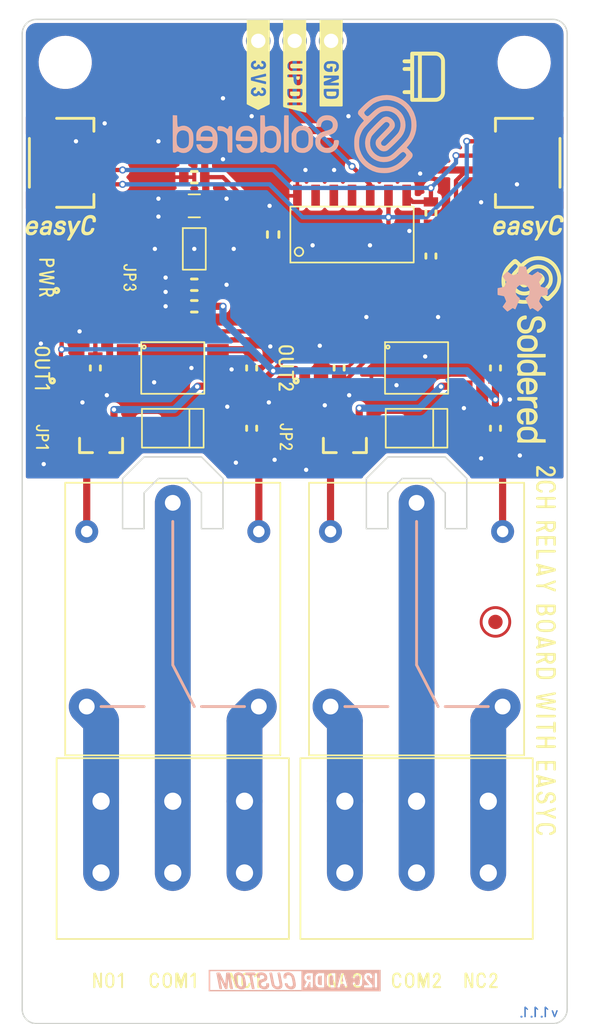
<source format=kicad_pcb>
(kicad_pcb (version 20210623) (generator pcbnew)
  (title_block (title "2CH relay board with easyC") (date "2021-07-14") (rev "V1.1.1.") (company "SOLDERED") (comment 1 "333025"))
  (layers (0 "F.Cu" signal) (31 "B.Cu" signal) (34 "B.Paste" user) (35 "F.Paste" user) (36 "B.SilkS" user "B.Silkscreen") (37 "F.SilkS" user "F.Silkscreen") (38 "B.Mask" user) (39 "F.Mask" user) (44 "Edge.Cuts" user))
  (net 0 "")
  (net 1 "Net-(D1-Pad2)")
  (net 2 "Net-(D2-Pad2)")
  (net 3 "Net-(D2-Pad1)")
  (net 4 "Net-(D3-Pad1)")
  (net 5 "Net-(D4-Pad2)")
  (net 6 "Net-(D5-Pad2)")
  (net 7 "NC1")
  (net 8 "COM1")
  (net 9 "NO1")
  (net 10 "GND")
  (net 11 "IN2")
  (net 12 "IN1")
  (net 13 "NC2")
  (net 14 "COM2")
  (net 15 "NO2")
  (net 16 "Net-(Q1-Pad1)")
  (net 17 "Net-(Q2-Pad1)")
  (net 18 "Net-(R1-Pad1)")
  (net 19 "Net-(R3-Pad1)")
  (net 20 "Net-(JP1-Pad1)")
  (net 21 "Net-(JP2-Pad2)")
  (net 22 "3V3")
  (net 23 "5V")
  (net 24 "SDA")
  (net 25 "SCL")
  (net 26 "UPDI")
  (net 27 "Net-(L1-Pad1)")
  (net 28 "Net-(JP3-Pad1)")
  (net 29 "Net-(R8-Pad1)")
  (net 30 "Net-(R10-Pad1)")
  (net 37 "Net-(D5-Pad1)")
  (footprint "e-radionica.com footprinti:SOIC-14" (layer "F.Cu") (at 103 95 90)
    (fp_text reference "U2")
    (fp_text value "ATTINY404-SSNR")
    (pad "1" smd rect locked (at -2.7 -3.81 90) (size 1.55 0.6) (layers "F.Cu" "F.Paste" "F.Mask") (net 22 "3V3"))
    (pad "2" smd rect locked (at -2.7 -2.54 90) (size 1.55 0.6) (layers "F.Cu" "F.Paste" "F.Mask") (net 12 "IN1"))
    (pad "3" smd rect locked (at -2.7 -1.27 90) (size 1.55 0.6) (layers "F.Cu" "F.Paste" "F.Mask") (net 11 "IN2"))
    (pad "4" smd rect locked (at -2.7 0 90) (size 1.55 0.6) (layers "F.Cu" "F.Paste" "F.Mask"))
    (pad "5" smd rect locked (at -2.7 1.27 90) (size 1.55 0.6) (layers "F.Cu" "F.Paste" "F.Mask"))
    (pad "6" smd rect locked (at -2.7 2.54 90) (size 1.55 0.6) (layers "F.Cu" "F.Paste" "F.Mask"))
    (pad "7" smd rect locked (at -2.7 3.81 90) (size 1.55 0.6) (layers "F.Cu" "F.Paste" "F.Mask"))
    (pad "8" smd rect locked (at 2.7 3.81 90) (size 1.55 0.6) (layers "F.Cu" "F.Paste" "F.Mask") (net 24 "SDA"))
    (pad "9" smd rect locked (at 2.7 2.54 90) (size 1.55 0.6) (layers "F.Cu" "F.Paste" "F.Mask") (net 25 "SCL"))
    (pad "10" smd rect locked (at 2.7 1.27 90) (size 1.55 0.6) (layers "F.Cu" "F.Paste" "F.Mask") (net 26 "UPDI"))
    (pad "11" smd rect locked (at 2.7 0 90) (size 1.55 0.6) (layers "F.Cu" "F.Paste" "F.Mask"))
    (pad "12" smd rect locked (at 2.7 -1.27 90) (size 1.55 0.6) (layers "F.Cu" "F.Paste" "F.Mask"))
    (pad "13" smd rect locked (at 2.7 -2.54 90) (size 1.55 0.6) (layers "F.Cu" "F.Paste" "F.Mask"))
    (pad "14" smd rect locked (at 2.7 -3.81 90) (size 1.55 0.6) (layers "F.Cu" "F.Paste" "F.Mask") (net 10 "GND"))
  )
  (footprint "buzzardLabel" (layer "F.Cu") (at 81.7 98 -90)
    (fp_text reference "" (at 0 0 90) (layer "F.SilkS") (effects (font (size 1.27 1.27))))
    (fp_text value "" (at 0 0 90) (layer "F.SilkS") (effects (font (size 1.27 1.27))))
  )
  (footprint "e-radionica.com footprinti:0603C" (layer "F.Cu") (at 92 91)
    (fp_text reference "C4")
    (fp_text value "C1608X7S1A475K080AC")
    (pad "1" smd rect locked (at -0.73 0) (size 0.66 1) (layers "F.Cu" "F.Paste" "F.Mask") (net 10 "GND"))
    (pad "2" smd rect locked (at 0.73 0) (size 0.66 1) (layers "F.Cu" "F.Paste" "F.Mask") (net 22 "3V3"))
  )
  (footprint "e-radionica.com footprinti:SOT-23-3" (layer "F.Cu") (at 102.5 109.5 -90)
    (fp_text reference "Q2")
    (fp_text value "NPN-SOT-23-3")
    (pad "1" smd rect locked (at -1.2 -0.95) (size 0.6 1) (layers "F.Cu" "F.Paste" "F.Mask") (net 17 "Net-(Q2-Pad1)"))
    (pad "2" smd rect locked (at -1.2 0.95) (size 0.6 1) (layers "F.Cu" "F.Paste" "F.Mask") (net 10 "GND"))
    (pad "3" smd rect locked (at 1.2 0) (size 0.6 1) (layers "F.Cu" "F.Paste" "F.Mask") (net 37 "Net-(D5-Pad1)"))
  )
  (footprint "e-radionica.com footprinti:0603R" (layer "F.Cu") (at 108.5 93.5 -90)
    (fp_text reference "R5")
    (fp_text value "10k")
    (pad "1" smd rect locked (at -0.775 0) (size 1 0.64) (layers "F.Cu" "F.Paste" "F.Mask") (net 24 "SDA"))
    (pad "2" smd rect locked (at 0.775 0) (size 1 0.64) (layers "F.Cu" "F.Paste" "F.Mask") (net 22 "3V3"))
  )
  (footprint "buzzardLabel" (layer "F.Cu") (at 98.4 109.1 -90)
    (fp_text reference "" (at 0 0 90) (layer "F.SilkS") (effects (font (size 1.27 1.27))))
    (fp_text value "" (at 0 0 90) (layer "F.SilkS") (effects (font (size 1.27 1.27))))
  )
  (footprint "e-radionica.com footprinti:0603C" (layer "F.Cu") (at 92 98.5)
    (fp_text reference "C2")
    (fp_text value "CL10A226MPCNUBE")
    (pad "1" smd rect locked (at -0.73 0) (size 0.66 1) (layers "F.Cu" "F.Paste" "F.Mask") (net 10 "GND"))
    (pad "2" smd rect locked (at 0.73 0) (size 0.66 1) (layers "F.Cu" "F.Paste" "F.Mask") (net 23 "5V"))
  )
  (footprint "buzzardLabel" (layer "F.Cu") (at 87.5 98 -90)
    (fp_text reference "" (at 0 0 90) (layer "F.SilkS") (effects (font (size 1.27 1.27))))
    (fp_text value "" (at 0 0 90) (layer "F.SilkS") (effects (font (size 1.27 1.27))))
  )
  (footprint "e-radionica.com footprinti:HEADER-UPDI" (layer "F.Cu") (at 99 81.5)
    (fp_text reference "K2")
    (fp_text value "HEADER-UPDI")
    (pad "1" thru_hole circle locked (at -2.54 0) (size 1.7 1.7) (drill 1) (layers *.Cu *.Mask) (net 22 "3V3"))
    (pad "2" thru_hole circle locked (at 0 0) (size 1.7 1.7) (drill 1) (layers *.Cu *.Mask) (net 26 "UPDI"))
    (pad "3" thru_hole circle locked (at 2.54 0) (size 1.7 1.7) (drill 1) (layers *.Cu *.Mask) (net 10 "GND"))
  )
  (footprint "buzzardLabel" (layer "F.Cu") (at 101.54 79.6 -90)
    (fp_text reference "" (at 0 0 90) (layer "F.SilkS") (effects (font (size 1.27 1.27))))
    (fp_text value "" (at 0 0 90) (layer "F.SilkS") (effects (font (size 1.27 1.27))))
  )
  (footprint "e-radionica.com footprinti:HOLE_3.2mm" (layer "F.Cu") (at 115 147)
    (fp_text reference "H2" hide)
    (fp_text value "HOLE_3.2mm" hide)
    (pad "" np_thru_hole circle locked (at 0 0) (size 3.2 3.2) (drill 3.2) (layers F&B.Cu *.Mask))
  )
  (footprint "e-radionica.com footprinti:SMD-JUMPER-CONNECTED_TRACE_SLODERMASK" (layer "F.Cu") (at 86.2 98 90)
    (fp_text reference "JP2")
    (fp_text value "SMD-JUMPER-CONNECTED_TRACE_SLODERMASK")
    (fp_poly (pts (xy 0.1 0.1) (xy -0.1 0.1) (xy -0.1 -0.1) (xy 0.1 -0.1)) (layer "F.Cu") (width 0.1) (fill solid))
    (pad "1" smd rect (at -0.35 0 90) (size 0.5 1) (layers "F.Cu" "F.Mask") (net 23 "5V"))
    (pad "2" smd rect (at 0.35 0 90) (size 0.5 1) (layers "F.Cu" "F.Mask") (net 21 "Net-(JP2-Pad2)"))
  )
  (footprint "e-radionica.com footprinti:0402LED" (layer "F.Cu") (at 83 98 -90)
    (fp_text reference "D3")
    (fp_text value "purple")
    (pad "1" smd rect locked (at -0.55 0) (size 0.75 0.45) (layers "F.Cu" "F.Paste" "F.Mask") (net 4 "Net-(D3-Pad1)"))
    (pad "2" smd rect locked (at 0.55 0) (size 0.75 0.45) (layers "F.Cu" "F.Paste" "F.Mask") (net 10 "GND"))
  )
  (footprint "Soldered Graphics:Logo-Front-SolderedFULL-13mm" (layer "F.Cu") (at 115.5 103 -90)
    (fp_text reference "REF**" hide)
    (fp_text value "Logo-Front-SolderedFULL-13mm" hide)
  )
  (footprint "e-radionica.com footprinti:HOLE_3.2mm" (layer "F.Cu") (at 83 83)
    (fp_text reference "H4" hide)
    (fp_text value "HOLE_3.2mm" hide)
    (pad "" np_thru_hole circle locked (at 0 0) (size 3.2 3.2) (drill 3.2) (layers F&B.Cu *.Mask))
  )
  (footprint "e-radionica.com footprinti:0402R" (layer "F.Cu") (at 82.7 106.7 90)
    (fp_text reference "R2")
    (fp_text value "2k2")
    (pad "1" smd rect locked (at -0.5 0 180) (size 0.64 0.54) (layers "F.Cu" "F.Paste" "F.Mask") (net 20 "Net-(JP1-Pad1)"))
    (pad "2" smd rect locked (at 0.5 0 180) (size 0.64 0.54) (layers "F.Cu" "F.Paste" "F.Mask") (net 1 "Net-(D1-Pad2)"))
  )
  (footprint "e-radionica.com footprinti:easyC-connector" (layer "F.Cu") (at 83.3 90 90)
    (fp_text reference "K4")
    (fp_text value "easyC-SMD")
    (pad "1" smd rect locked (at -1.5 2.15 90) (size 0.6 1.55) (layers "F.Cu" "F.Paste" "F.Mask") (net 25 "SCL"))
    (pad "2" smd rect locked (at -0.5 2.15 90) (size 0.6 1.55) (layers "F.Cu" "F.Paste" "F.Mask") (net 24 "SDA"))
    (pad "3" smd rect locked (at 0.5 2.15 90) (size 0.6 1.55) (layers "F.Cu" "F.Paste" "F.Mask") (net 22 "3V3"))
    (pad "4" smd rect locked (at 1.5 2.15 90) (size 0.6 1.55) (layers "F.Cu" "F.Paste" "F.Mask") (net 10 "GND"))
    (pad "5" smd rect locked (at -2.6 -2.15 90) (size 1.2 1.8) (layers "F.Cu" "F.Paste" "F.Mask") (net 10 "GND"))
    (pad "5" smd rect locked (at 2.6 -2.15 90) (size 1.2 1.8) (layers "F.Cu" "F.Paste" "F.Mask") (net 10 "GND"))
  )
  (footprint "e-radionica.com footprinti:PC357_OPTO" (layer "F.Cu") (at 90.5 104.3)
    (fp_text reference "U1")
    (fp_text value "PC357_OPTO")
    (pad "1" smd rect locked (at -3.15 -1.27) (size 1.5 0.8) (layers "F.Cu" "F.Paste" "F.Mask") (net 18 "Net-(R1-Pad1)"))
    (pad "2" smd rect locked (at -3.15 1.27) (size 1.5 0.8) (layers "F.Cu" "F.Paste" "F.Mask") (net 10 "GND"))
    (pad "3" smd rect locked (at 3.15 1.27) (size 1.5 0.8) (layers "F.Cu" "F.Paste" "F.Mask") (net 16 "Net-(Q1-Pad1)"))
    (pad "4" smd rect locked (at 3.15 -1.27) (size 1.5 0.8) (layers "F.Cu" "F.Paste" "F.Mask") (net 19 "Net-(R3-Pad1)"))
  )
  (footprint "e-radionica.com footprinti:0603R" (layer "F.Cu") (at 96 108.5 90)
    (fp_text reference "R4")
    (fp_text value "10R")
    (pad "1" smd rect locked (at -0.775 0 180) (size 1 0.64) (layers "F.Cu" "F.Paste" "F.Mask") (net 2 "Net-(D2-Pad2)"))
    (pad "2" smd rect locked (at 0.775 0 180) (size 1 0.64) (layers "F.Cu" "F.Paste" "F.Mask") (net 23 "5V"))
  )
  (footprint "buzzardLabel" (layer "F.Cu") (at 99 79.6 -90)
    (fp_text reference "" (at 0 0 90) (layer "F.SilkS") (effects (font (size 1.27 1.27))))
    (fp_text value "" (at 0 0 90) (layer "F.SilkS") (effects (font (size 1.27 1.27))))
  )
  (footprint "e-radionica.com footprinti:0603R" (layer "F.Cu") (at 96 104.3 -90)
    (fp_text reference "R3")
    (fp_text value "330R")
    (pad "1" smd rect locked (at -0.775 0) (size 1 0.64) (layers "F.Cu" "F.Paste" "F.Mask") (net 19 "Net-(R3-Pad1)"))
    (pad "2" smd rect locked (at 0.775 0) (size 1 0.64) (layers "F.Cu" "F.Paste" "F.Mask") (net 23 "5V"))
  )
  (footprint "buzzardLabel" (layer "F.Cu") (at 90.5 147)
    (fp_text reference "" (at 0 0) (layer "F.SilkS") (effects (font (size 1.27 1.27))))
    (fp_text value "" (at 0 0) (layer "F.SilkS") (effects (font (size 1.27 1.27))))
  )
  (footprint "buzzardLabel" (layer "F.Cu") (at 116.5 124 -90)
    (fp_text reference "" (at 0 0 90) (layer "F.SilkS") (effects (font (size 1.27 1.27))))
    (fp_text value "" (at 0 0 90) (layer "F.SilkS") (effects (font (size 1.27 1.27))))
  )
  (footprint "Soldered Graphics:Logo-Front-easyC-5mm" (layer "F.Cu") (at 115.3 94.5)
    (fp_text reference "G***" hide)
    (fp_text value "LOGO" hide)
  )
  (footprint "e-radionica.com footprinti:SMD-JUMPER-CONNECTED_TRACE_SLODERMASK" (layer "F.Cu") (at 82.7 109.1 -90)
    (fp_text reference "JP1")
    (fp_text value "SMD-JUMPER-CONNECTED_TRACE_SLODERMASK")
    (fp_poly (pts (xy 0.1 0.1) (xy -0.1 0.1) (xy -0.1 -0.1) (xy 0.1 -0.1)) (layer "F.Cu") (width 0.1) (fill solid))
    (pad "1" smd rect (at -0.35 0 270) (size 0.5 1) (layers "F.Cu" "F.Mask") (net 20 "Net-(JP1-Pad1)"))
    (pad "2" smd rect (at 0.35 0 270) (size 0.5 1) (layers "F.Cu" "F.Mask") (net 3 "Net-(D2-Pad1)"))
  )
  (footprint "e-radionica.com footprinti:0402LED" (layer "F.Cu") (at 82.7 104.3 -90)
    (fp_text reference "D1")
    (fp_text value "blue")
    (pad "1" smd rect locked (at -0.55 0) (size 0.75 0.45) (layers "F.Cu" "F.Paste" "F.Mask") (net 23 "5V"))
    (pad "2" smd rect locked (at 0.55 0) (size 0.75 0.45) (layers "F.Cu" "F.Paste" "F.Mask") (net 1 "Net-(D1-Pad2)"))
  )
  (footprint "buzzardLabel" (layer "F.Cu") (at 107.5 147)
    (fp_text reference "" (at 0 0) (layer "F.SilkS") (effects (font (size 1.27 1.27))))
    (fp_text value "" (at 0 0) (layer "F.SilkS") (effects (font (size 1.27 1.27))))
  )
  (footprint "buzzardLabel" (layer "F.Cu") (at 112 147)
    (fp_text reference "" (at 0 0) (layer "F.SilkS") (effects (font (size 1.27 1.27))))
    (fp_text value "" (at 0 0) (layer "F.SilkS") (effects (font (size 1.27 1.27))))
  )
  (footprint "e-radionica.com footprinti:0603C" (layer "F.Cu") (at 97.5 95 90)
    (fp_text reference "C1")
    (fp_text value "0.1uF")
    (pad "1" smd rect locked (at -0.73 0 90) (size 0.66 1) (layers "F.Cu" "F.Paste" "F.Mask") (net 22 "3V3"))
    (pad "2" smd rect locked (at 0.73 0 90) (size 0.66 1) (layers "F.Cu" "F.Paste" "F.Mask") (net 10 "GND"))
  )
  (footprint "e-radionica.com footprinti:SRD_RELAY_5V" (layer "F.Cu") (at 90.5 121.8 90)
    (fp_text reference "K3")
    (fp_text value "SRD_RELAY_5V")
    (pad "1" thru_hole circle locked (at 6.1 6 90) (size 1.6 1.6) (drill 0.8) (layers *.Cu *.Mask) (net 2 "Net-(D2-Pad2)"))
    (pad "2" thru_hole circle locked (at 6.1 -6 90) (size 1.6 1.6) (drill 0.8) (layers *.Cu *.Mask) (net 3 "Net-(D2-Pad1)"))
    (pad "3" thru_hole circle locked (at -6.1 -6 90) (size 2 2) (drill 1.1) (layers *.Cu *.Mask) (net 9 "NO1"))
    (pad "4" thru_hole circle locked (at 8.1 0 90) (size 2 2) (drill 1.1) (layers *.Cu *.Mask) (net 8 "COM1"))
    (pad "5" thru_hole circle locked (at -6.1 6 90) (size 2 2) (drill 1.1) (layers *.Cu *.Mask) (net 7 "NC1"))
  )
  (footprint "Soldered Graphics:Logo-Back-OSH-3.5mm" (layer "F.Cu") (at 114.9 98.8)
    (fp_text reference "G***" hide)
    (fp_text value "LOGO" hide)
  )
  (footprint "e-radionica.com footprinti:0603R" (layer "F.Cu") (at 113 108.5 90)
    (fp_text reference "R11")
    (fp_text value "10R")
    (pad "1" smd rect locked (at -0.775 0 180) (size 1 0.64) (layers "F.Cu" "F.Paste" "F.Mask") (net 6 "Net-(D5-Pad2)"))
    (pad "2" smd rect locked (at 0.775 0 180) (size 1 0.64) (layers "F.Cu" "F.Paste" "F.Mask") (net 23 "5V"))
  )
  (footprint "e-radionica.com footprinti:SMD-JUMPER-CONNECTED_TRACE_SLODERMASK" (layer "F.Cu") (at 99.7 109.1 -90)
    (fp_text reference "JP3")
    (fp_text value "SMD-JUMPER-CONNECTED_TRACE_SLODERMASK")
    (fp_poly (pts (xy 0.1 0.1) (xy -0.1 0.1) (xy -0.1 -0.1) (xy 0.1 -0.1)) (layer "F.Cu") (width 0.1) (fill solid))
    (pad "1" smd rect (at -0.35 0 270) (size 0.5 1) (layers "F.Cu" "F.Mask") (net 28 "Net-(JP3-Pad1)"))
    (pad "2" smd rect (at 0.35 0 270) (size 0.5 1) (layers "F.Cu" "F.Mask") (net 37 "Net-(D5-Pad1)"))
  )
  (footprint "e-radionica.com footprinti:tps613222a" (layer "F.Cu") (at 92 96)
    (fp_text reference "U4")
    (fp_text value "TPS613222A")
    (pad "1" smd rect locked (at -1.3 -0.95) (size 1.1 0.6) (layers "F.Cu" "F.Paste" "F.Mask") (net 27 "Net-(L1-Pad1)"))
    (pad "2" smd rect locked (at -1.3 0) (size 1.1 0.6) (layers "F.Cu" "F.Paste" "F.Mask") (net 10 "GND"))
    (pad "3" smd rect locked (at -1.3 0.95) (size 1.1 0.6) (layers "F.Cu" "F.Paste" "F.Mask"))
    (pad "4" smd rect locked (at 1.3 0.95) (size 1.1 0.6) (layers "F.Cu" "F.Paste" "F.Mask") (net 23 "5V"))
    (pad "5" smd rect locked (at 1.3 -0.95) (size 1.1 0.6) (layers "F.Cu" "F.Paste" "F.Mask"))
  )
  (footprint "e-radionica.com footprinti:0603R" (layer "F.Cu") (at 85.1 104.3 90)
    (fp_text reference "R1")
    (fp_text value "100R")
    (pad "1" smd rect locked (at -0.775 0 180) (size 1 0.64) (layers "F.Cu" "F.Paste" "F.Mask") (net 18 "Net-(R1-Pad1)"))
    (pad "2" smd rect locked (at 0.775 0 180) (size 1 0.64) (layers "F.Cu" "F.Paste" "F.Mask") (net 12 "IN1"))
  )
  (footprint "Soldered Graphics:Logo-Front-easyC-5mm" (layer "F.Cu") (at 82.7 94.5)
    (fp_text reference "G***" hide)
    (fp_text value "LOGO" hide)
  )
  (footprint "e-radionica.com footprinti:0806L" (layer "F.Cu") (at 92 93)
    (fp_text reference "L1")
    (fp_text value "DFE201612E-2R2M=P2")
    (pad "1" smd rect locked (at -0.8 0) (size 0.8 1.8) (layers "F.Cu" "F.Paste" "F.Mask") (net 27 "Net-(L1-Pad1)"))
    (pad "2" smd rect locked (at 0.8 0) (size 0.8 1.8) (layers "F.Cu" "F.Paste" "F.Mask") (net 22 "3V3"))
  )
  (footprint "e-radionica.com footprinti:0402R" (layer "F.Cu") (at 84.5 98 90)
    (fp_text reference "R7")
    (fp_text value "2k2")
    (pad "1" smd rect locked (at -0.5 0 180) (size 0.64 0.54) (layers "F.Cu" "F.Paste" "F.Mask") (net 21 "Net-(JP2-Pad2)"))
    (pad "2" smd rect locked (at 0.5 0 180) (size 0.64 0.54) (layers "F.Cu" "F.Paste" "F.Mask") (net 4 "Net-(D3-Pad1)"))
  )
  (footprint "e-radionica.com footprinti:M4_DIODA" (layer "F.Cu") (at 107.5 108.5)
    (fp_text reference "D5")
    (fp_text value "M4_DIODA")
    (pad "1" smd rect locked (at -1.69 0) (size 1.27 1.47) (layers "F.Cu" "F.Paste" "F.Mask") (net 37 "Net-(D5-Pad1)"))
    (pad "2" smd rect locked (at 1.69 0) (size 1.27 1.47) (layers "F.Cu" "F.Paste" "F.Mask") (net 6 "Net-(D5-Pad2)"))
  )
  (footprint "buzzardLabel" (layer "F.Cu") (at 96.46 79.6 -90)
    (fp_text reference "" (at 0 0 90) (layer "F.SilkS") (effects (font (size 1.27 1.27))))
    (fp_text value "" (at 0 0 90) (layer "F.SilkS") (effects (font (size 1.27 1.27))))
  )
  (footprint "e-radionica.com footprinti:0603R" (layer "F.Cu") (at 108.5 96.5 90)
    (fp_text reference "R6")
    (fp_text value "10k")
    (pad "1" smd rect locked (at -0.775 0 180) (size 1 0.64) (layers "F.Cu" "F.Paste" "F.Mask") (net 25 "SCL"))
    (pad "2" smd rect locked (at 0.775 0 180) (size 1 0.64) (layers "F.Cu" "F.Paste" "F.Mask") (net 22 "3V3"))
  )
  (footprint "e-radionica.com footprinti:0603R" (layer "F.Cu") (at 102.1 104.3 90)
    (fp_text reference "R8")
    (fp_text value "100R")
    (pad "1" smd rect locked (at -0.775 0 180) (size 1 0.64) (layers "F.Cu" "F.Paste" "F.Mask") (net 29 "Net-(R8-Pad1)"))
    (pad "2" smd rect locked (at 0.775 0 180) (size 1 0.64) (layers "F.Cu" "F.Paste" "F.Mask") (net 11 "IN2"))
  )
  (footprint "e-radionica.com footprinti:0603C" (layer "F.Cu") (at 92 100)
    (fp_text reference "C3")
    (fp_text value "CL10A226MPCNUBE")
    (pad "1" smd rect locked (at -0.73 0) (size 0.66 1) (layers "F.Cu" "F.Paste" "F.Mask") (net 10 "GND"))
    (pad "2" smd rect locked (at 0.73 0) (size 0.66 1) (layers "F.Cu" "F.Paste" "F.Mask") (net 23 "5V"))
  )
  (footprint "e-radionica.com footprinti:0603R" (layer "F.Cu") (at 113 104.3 -90)
    (fp_text reference "R10")
    (fp_text value "330R")
    (pad "1" smd rect locked (at -0.775 0) (size 1 0.64) (layers "F.Cu" "F.Paste" "F.Mask") (net 30 "Net-(R10-Pad1)"))
    (pad "2" smd rect locked (at 0.775 0) (size 1 0.64) (layers "F.Cu" "F.Paste" "F.Mask") (net 23 "5V"))
  )
  (footprint "e-radionica.com footprinti:FIDUCIAL_23" (layer "F.Cu") (at 90 83)
    (fp_text reference "FD1")
    (fp_text value "FIDUCIAL")
    (fp_circle (center 0 0) (end 1 0) (layer "F.Cu") (width 0.2) (fill none))
    (pad "1" smd circle (at 0 0) (size 1 1) (layers "F.Cu" "F.Paste" "F.Mask") (clearance 1.1))
  )
  (footprint "e-radionica.com footprinti:0402LED" (layer "F.Cu") (at 99.7 104.3 -90)
    (fp_text reference "D4")
    (fp_text value "blue")
    (pad "1" smd rect locked (at -0.55 0) (size 0.75 0.45) (layers "F.Cu" "F.Paste" "F.Mask") (net 23 "5V"))
    (pad "2" smd rect locked (at 0.55 0) (size 0.75 0.45) (layers "F.Cu" "F.Paste" "F.Mask") (net 5 "Net-(D4-Pad2)"))
  )
  (footprint "buzzardLabel" (layer "F.Cu") (at 86 147)
    (fp_text reference "" (at 0 0) (layer "F.SilkS") (effects (font (size 1.27 1.27))))
    (fp_text value "" (at 0 0) (layer "F.SilkS") (effects (font (size 1.27 1.27))))
  )
  (footprint "e-radionica.com footprinti:HOLE_3.2mm" (layer "F.Cu") (at 115 83)
    (fp_text reference "H3" hide)
    (fp_text value "HOLE_3.2mm" hide)
    (pad "" np_thru_hole circle locked (at 0 0) (size 3.2 3.2) (drill 3.2) (layers F&B.Cu *.Mask))
  )
  (footprint "buzzardLabel" (layer "F.Cu") (at 95.5 147)
    (fp_text reference "" (at 0 0) (layer "F.SilkS") (effects (font (size 1.27 1.27))))
    (fp_text value "" (at 0 0) (layer "F.SilkS") (effects (font (size 1.27 1.27))))
  )
  (footprint "Soldered Graphics:Logo-Back-SolderedFULL-17mm" (layer "F.Cu") (at 99 88)
    (fp_text reference "REF**" hide)
    (fp_text value "Logo-Front-SolderedFULL-17mm" hide)
  )
  (footprint "e-radionica.com footprinti:SOT-23-3" (layer "F.Cu") (at 85.5 109.5 -90)
    (fp_text reference "Q1")
    (fp_text value "NPN-SOT-23-3")
    (pad "1" smd rect locked (at -1.2 -0.95) (size 0.6 1) (layers "F.Cu" "F.Paste" "F.Mask") (net 16 "Net-(Q1-Pad1)"))
    (pad "2" smd rect locked (at -1.2 0.95) (size 0.6 1) (layers "F.Cu" "F.Paste" "F.Mask") (net 10 "GND"))
    (pad "3" smd rect locked (at 1.2 0) (size 0.6 1) (layers "F.Cu" "F.Paste" "F.Mask") (net 3 "Net-(D2-Pad1)"))
  )
  (footprint "e-radionica.com footprinti:FIDUCIAL_23" (layer "F.Cu") (at 113 122)
    (fp_text reference "FD2")
    (fp_text value "FIDUCIAL")
    (fp_circle (center 0 0) (end 1 0) (layer "F.Cu") (width 0.2) (fill none))
    (pad "1" smd circle (at 0 0) (size 1 1) (layers "F.Cu" "F.Paste" "F.Mask") (clearance 1.1))
  )
  (footprint "buzzardLabel" (layer "F.Cu") (at 81.4 109.1 -90)
    (fp_text reference "" (at 0 0 90) (layer "F.SilkS") (effects (font (size 1.27 1.27))))
    (fp_text value "" (at 0 0 90) (layer "F.SilkS") (effects (font (size 1.27 1.27))))
  )
  (footprint "Soldered Graphics:Symbol-Front-Relay" (layer "F.Cu") (at 108 84 -90)
    (fp_text reference "G***" hide)
    (fp_text value "LOGO" hide)
  )
  (footprint "e-radionica.com footprinti:PC357_OPTO" (layer "F.Cu") (at 107.5 104.3)
    (fp_text reference "U3")
    (fp_text value "PC357_OPTO")
    (pad "1" smd rect locked (at -3.15 -1.27) (size 1.5 0.8) (layers "F.Cu" "F.Paste" "F.Mask") (net 29 "Net-(R8-Pad1)"))
    (pad "2" smd rect locked (at -3.15 1.27) (size 1.5 0.8) (layers "F.Cu" "F.Paste" "F.Mask") (net 10 "GND"))
    (pad "3" smd rect locked (at 3.15 1.27) (size 1.5 0.8) (layers "F.Cu" "F.Paste" "F.Mask") (net 17 "Net-(Q2-Pad1)"))
    (pad "4" smd rect locked (at 3.15 -1.27) (size 1.5 0.8) (layers "F.Cu" "F.Paste" "F.Mask") (net 30 "Net-(R10-Pad1)"))
  )
  (footprint "buzzardLabel" (layer "F.Cu") (at 102.5 147)
    (fp_text reference "" (at 0 0) (layer "F.SilkS") (effects (font (size 1.27 1.27))))
    (fp_text value "" (at 0 0) (layer "F.SilkS") (effects (font (size 1.27 1.27))))
  )
  (footprint "buzzardLabel" (layer "F.Cu") (at 81.4 104.3 -90)
    (fp_text reference "" (at 0 0 90) (layer "F.SilkS") (effects (font (size 1.27 1.27))))
    (fp_text value "" (at 0 0 90) (layer "F.SilkS") (effects (font (size 1.27 1.27))))
  )
  (footprint "e-radionica.com footprinti:M4_DIODA" (layer "F.Cu") (at 90.5 108.5)
    (fp_text reference "D2")
    (fp_text value "M4_DIODA")
    (pad "1" smd rect locked (at -1.69 0) (size 1.27 1.47) (layers "F.Cu" "F.Paste" "F.Mask") (net 3 "Net-(D2-Pad1)"))
    (pad "2" smd rect locked (at 1.69 0) (size 1.27 1.47) (layers "F.Cu" "F.Paste" "F.Mask") (net 2 "Net-(D2-Pad2)"))
  )
  (footprint "e-radionica.com footprinti:easyC-connector" (layer "F.Cu") (at 114.7 90 -90)
    (fp_text reference "K1")
    (fp_text value "easyC-SMD")
    (pad "1" smd rect locked (at -1.5 2.15 270) (size 0.6 1.55) (layers "F.Cu" "F.Paste" "F.Mask") (net 25 "SCL"))
    (pad "2" smd rect locked (at -0.5 2.15 270) (size 0.6 1.55) (layers "F.Cu" "F.Paste" "F.Mask") (net 24 "SDA"))
    (pad "3" smd rect locked (at 0.5 2.15 270) (size 0.6 1.55) (layers "F.Cu" "F.Paste" "F.Mask") (net 22 "3V3"))
    (pad "4" smd rect locked (at 1.5 2.15 270) (size 0.6 1.55) (layers "F.Cu" "F.Paste" "F.Mask") (net 10 "GND"))
    (pad "5" smd rect locked (at 2.6 -2.15 270) (size 1.2 1.8) (layers "F.Cu" "F.Paste" "F.Mask") (net 10 "GND"))
    (pad "5" smd rect locked (at -2.6 -2.15 270) (size 1.2 1.8) (layers "F.Cu" "F.Paste" "F.Mask") (net 10 "GND"))
  )
  (footprint "e-radionica.com footprinti:HOLE_3.2mm" (layer "F.Cu") (at 83 147)
    (fp_text reference "H1" hide)
    (fp_text value "HOLE_3.2mm" hide)
    (pad "" np_thru_hole circle locked (at 0 0) (size 3.2 3.2) (drill 3.2) (layers F&B.Cu *.Mask))
  )
  (footprint "e-radionica.com footprinti:SRD_RELAY_5V" (layer "F.Cu") (at 107.5 121.8 90)
    (fp_text reference "K6")
    (fp_text value "SRD_RELAY_5V")
    (pad "1" thru_hole circle locked (at 6.1 6 90) (size 1.6 1.6) (drill 0.8) (layers *.Cu *.Mask) (net 6 "Net-(D5-Pad2)"))
    (pad "2" thru_hole circle locked (at 6.1 -6 90) (size 1.6 1.6) (drill 0.8) (layers *.Cu *.Mask) (net 37 "Net-(D5-Pad1)"))
    (pad "3" thru_hole circle locked (at -6.1 -6 90) (size 2 2) (drill 1.1) (layers *.Cu *.Mask) (net 15 "NO2"))
    (pad "4" thru_hole circle locked (at 8.1 0 90) (size 2 2) (drill 1.1) (layers *.Cu *.Mask) (net 14 "COM2"))
    (pad "5" thru_hole circle locked (at -6.1 6 90) (size 2 2) (drill 1.1) (layers *.Cu *.Mask) (net 13 "NC2"))
  )
  (footprint "e-radionica.com footprinti:0402R" (layer "F.Cu") (at 99.7 106.7 90)
    (fp_text reference "R9")
    (fp_text value "2k2")
    (pad "1" smd rect locked (at -0.5 0 180) (size 0.64 0.54) (layers "F.Cu" "F.Paste" "F.Mask") (net 28 "Net-(JP3-Pad1)"))
    (pad "2" smd rect locked (at 0.5 0 180) (size 0.64 0.54) (layers "F.Cu" "F.Paste" "F.Mask") (net 5 "Net-(D4-Pad2)"))
  )
  (footprint "e-radionica.com footprinti:TERMINAL_KF235-5.0-3P" (layer "F.Cu") (at 107.5 137)
    (fp_text reference "K7")
    (fp_text value "TERMINAL_KF235-5.0-3P")
    (pad "1" thru_hole circle (at 5 -2.5) (size 2 2) (drill 1.2) (layers *.Cu *.Mask) (net 13 "NC2"))
    (pad "1" thru_hole circle (at 5 2.5) (size 2 2) (drill 1.2) (layers *.Cu *.Mask) (net 13 "NC2"))
    (pad "2" thru_hole circle (at 0 -2.5) (size 2 2) (drill 1.2) (layers *.Cu *.Mask) (net 14 "COM2"))
    (pad "2" thru_hole circle (at 0 2.5) (size 2 2) (drill 1.2) (layers *.Cu *.Mask) (net 14 "COM2"))
    (pad "3" thru_hole circle (at -5 -2.5) (size 2 2) (drill 1.2) (layers *.Cu *.Mask) (net 15 "NO2"))
    (pad "3" thru_hole circle (at -5 2.5) (size 2 2) (drill 1.2) (layers *.Cu *.Mask) (net 15 "NO2"))
  )
  (footprint "e-radionica.com footprinti:TERMINAL_KF235-5.0-3P" (layer "F.Cu") (at 90.5 137)
    (fp_text reference "K5")
    (fp_text value "TERMINAL_KF235-5.0-3P")
    (pad "1" thru_hole circle (at 5 -2.5) (size 2 2) (drill 1.2) (layers *.Cu *.Mask) (net 7 "NC1"))
    (pad "1" thru_hole circle (at 5 2.5) (size 2 2) (drill 1.2) (layers *.Cu *.Mask) (net 7 "NC1"))
    (pad "2" thru_hole circle (at 0 -2.5) (size 2 2) (drill 1.2) (layers *.Cu *.Mask) (net 8 "COM1"))
    (pad "2" thru_hole circle (at 0 2.5) (size 2 2) (drill 1.2) (layers *.Cu *.Mask) (net 8 "COM1"))
    (pad "3" thru_hole circle (at -5 2.5) (size 2 2) (drill 1.2) (layers *.Cu *.Mask) (net 9 "NO1"))
    (pad "3" thru_hole circle (at -5 -2.5) (size 2 2) (drill 1.2) (layers *.Cu *.Mask) (net 9 "NO1"))
  )
  (footprint "buzzardLabel" (layer "F.Cu") (at 98.4 104.3 -90)
    (fp_text reference "" (at 0 0 90) (layer "F.SilkS") (effects (font (size 1.27 1.27))))
    (fp_text value "" (at 0 0 90) (layer "F.SilkS") (effects (font (size 1.27 1.27))))
  )
  (footprint "Soldered Graphics:Version1.1.1." (layer "B.Cu") (at 116 149.2 180)
    (fp_text reference "REF**" hide)
    (fp_text value "Version1.1.1." hide)
    (fp_poly (pts (xy 1.14 -0.38) (xy 1.19 -0.38) (xy 1.24 -0.37) (xy 1.25 -0.33) (xy 1.25 -0.27) (xy 1.2 -0.26) (xy 1.15 -0.26) (xy 1.12 -0.29) (xy 1.12 -0.34) (xy 1.14 -0.38)) (layer "B.Cu") (width 0.01) (fill solid))
    (fp_poly (pts (xy 0.43 -0.38) (xy 0.48 -0.38) (xy 0.54 -0.37) (xy 0.54 -0.33) (xy 0.54 -0.27) (xy 0.5 -0.26) (xy 0.45 -0.26) (xy 0.42 -0.29) (xy 0.42 -0.34) (xy 0.43 -0.38)) (layer "B.Cu") (width 0.01) (fill solid))
    (fp_poly (pts (xy 0.21 -0.35) (xy 0.26 -0.35) (xy 0.28 -0.31) (xy 0.28 0.35) (xy 0.24 0.38) (xy 0.19 0.38) (xy 0.15 0.34) (xy 0.04 0.22) (xy 0.02 0.17) (xy 0.05 0.16) (xy 0.14 0.22) (xy 0.18 0.23) (xy 0.18 -0.31) (xy 0.21 -0.35)) (layer "B.Cu") (width 0.01) (fill solid))
    (fp_poly (pts (xy -0.5 -0.35) (xy -0.44 -0.35) (xy -0.43 -0.31) (xy -0.43 0.35) (xy -0.46 0.38) (xy -0.52 0.38) (xy -0.55 0.34) (xy -0.67 0.22) (xy -0.68 0.17) (xy -0.65 0.16) (xy -0.56 0.22) (xy -0.52 0.23) (xy -0.52 -0.31) (xy -0.5 -0.35)) (layer "B.Cu") (width 0.01) (fill solid))
    (fp_poly (pts (xy 0.91 -0.35) (xy 0.96 -0.35) (xy 0.98 -0.31) (xy 0.98 0.35) (xy 0.95 0.38) (xy 0.89 0.38) (xy 0.86 0.34) (xy 0.74 0.22) (xy 0.73 0.17) (xy 0.76 0.16) (xy 0.85 0.22) (xy 0.89 0.23) (xy 0.89 -0.31) (xy 0.91 -0.35)) (layer "B.Cu") (width 0.01) (fill solid))
    (fp_poly (pts (xy -1.15 -0.35) (xy -1.1 -0.35) (xy -1.07 -0.31) (xy -0.92 0.1) (xy -0.94 0.13) (xy -0.99 0.13) (xy -1.02 0.1) (xy -1.11 -0.16) (xy -1.13 -0.21) (xy -1.15 -0.17) (xy -1.24 0.09) (xy -1.26 0.13) (xy -1.32 0.13) (xy -1.34 0.1) (xy -1.18 -0.31) (xy -1.15 -0.35)) (layer "B.Cu") (width 0.01) (fill solid))
    (fp_poly (pts (xy -0.27 -0.38) (xy -0.22 -0.38) (xy -0.17 -0.37) (xy -0.16 -0.33) (xy -0.16 -0.27) (xy -0.21 -0.26) (xy -0.26 -0.26) (xy -0.29 -0.29) (xy -0.29 -0.34) (xy -0.27 -0.38)) (layer "B.Cu") (width 0.01) (fill solid))
  )
  (footprint "Soldered Graphics:Symbol-Front_I2C_ADDR_CUSTOM" (layer "B.Cu") (at 99 147 180)
    (fp_text reference "REF**" hide)
    (fp_text value "Symbol-Front_I2C_ADDR_CUSTOM" hide)
  )
  (gr_line (start 85.5 127.9) (end 88.5 127.9) (layer "B.SilkS") (width 0.2))
  (gr_line (start 107.5 115) (end 107.5 125) (layer "B.SilkS") (width 0.2))
  (gr_line (start 102.5 127.9) (end 105.5 127.9) (layer "B.SilkS") (width 0.2))
  (gr_line (start 107.5 125) (end 109 127.9) (layer "B.SilkS") (width 0.2))
  (gr_line (start 112.5 127.9) (end 109.5 127.9) (layer "B.SilkS") (width 0.2))
  (gr_line (start 90.5 125) (end 92 127.9) (layer "B.SilkS") (width 0.2))
  (gr_line (start 90.5 115) (end 90.5 125) (layer "B.SilkS") (width 0.2))
  (gr_line (start 95.5 127.9) (end 92.5 127.9) (layer "B.SilkS") (width 0.2))
  (gr_line (start 94 112) (end 94 115.5) (layer "Edge.Cuts") (width 0.1))
  (gr_line (start 117 80) (end 81 80) (layer "Edge.Cuts") (width 0.1))
  (gr_line (start 111 112) (end 111 115.5) (layer "Edge.Cuts") (width 0.1))
  (gr_line (start 106.5 112) (end 105.5 113) (layer "Edge.Cuts") (width 0.1))
  (gr_line (start 89.5 112) (end 88.5 113) (layer "Edge.Cuts") (width 0.1))
  (gr_line (start 105.5 115.5) (end 104 115.5) (layer "Edge.Cuts") (width 0.1))
  (gr_line (start 81 150) (end 117 150) (layer "Edge.Cuts") (width 0.1))
  (gr_line (start 105.5 110.5) (end 109.5 110.5) (layer "Edge.Cuts") (width 0.1))
  (gr_line (start 88.5 110.5) (end 92.5 110.5) (layer "Edge.Cuts") (width 0.1))
  (gr_line (start 109.5 113) (end 108.5 112) (layer "Edge.Cuts") (width 0.1))
  (gr_arc (start 117 80.999997) (end 117 80) (angle 90) (layer "Edge.Cuts") (width 0.1))
  (gr_line (start 109.5 115.5) (end 109.5 113) (layer "Edge.Cuts") (width 0.1))
  (gr_line (start 104 112) (end 105.5 110.5) (layer "Edge.Cuts") (width 0.1))
  (gr_arc (start 117 149) (end 118 149) (angle 90) (layer "Edge.Cuts") (width 0.1))
  (gr_line (start 108.5 112) (end 106.5 112) (layer "Edge.Cuts") (width 0.1))
  (gr_line (start 109.5 110.5) (end 111 112) (layer "Edge.Cuts") (width 0.1))
  (gr_arc (start 81 149) (end 81 150) (angle 90) (layer "Edge.Cuts") (width 0.1))
  (gr_line (start 111 115.5) (end 109.5 115.5) (layer "Edge.Cuts") (width 0.1))
  (gr_arc (start 80.999997 81) (end 80 81) (angle 90) (layer "Edge.Cuts") (width 0.1))
  (gr_line (start 105.5 113) (end 105.5 115.5) (layer "Edge.Cuts") (width 0.1))
  (gr_line (start 87 112) (end 88.5 110.5) (layer "Edge.Cuts") (width 0.1))
  (gr_line (start 92.5 115.5) (end 92.5 113) (layer "Edge.Cuts") (width 0.1))
  (gr_line (start 88.5 113) (end 88.5 115.5) (layer "Edge.Cuts") (width 0.1))
  (gr_line (start 94 115.5) (end 92.5 115.5) (layer "Edge.Cuts") (width 0.1))
  (gr_line (start 92.5 110.5) (end 94 112) (layer "Edge.Cuts") (width 0.1))
  (gr_line (start 80 81) (end 80 149) (layer "Edge.Cuts") (width 0.1))
  (gr_line (start 91.5 112) (end 89.5 112) (layer "Edge.Cuts") (width 0.1))
  (gr_line (start 118 149) (end 118 81) (layer "Edge.Cuts") (width 0.1))
  (gr_line (start 92.5 113) (end 91.5 112) (layer "Edge.Cuts") (width 0.1))
  (gr_line (start 87 115.5) (end 87 112) (layer "Edge.Cuts") (width 0.1))
  (gr_line (start 104 115.5) (end 104 112) (layer "Edge.Cuts") (width 0.1))
  (gr_line (start 88.5 115.5) (end 87 115.5) (layer "Edge.Cuts") (width 0.1))
  (segment (start 82.7 104.85) (end 82.7 106.2) (width 0.3) (layer "F.Cu") (net 1))
  (segment (start 94.4 109.3) (end 95.975 109.3) (width 0.5) (layer "F.Cu") (net 2))
  (segment (start 96.5 109.775) (end 96 109.275) (width 0.5) (layer "F.Cu") (net 2))
  (segment (start 95.975 109.3) (end 96 109.275) (width 0.5) (layer "F.Cu") (net 2))
  (segment (start 96.5 115.7) (end 96.5 109.775) (width 0.5) (layer "F.Cu") (net 2))
  (segment (start 93.6 108.5) (end 94.4 109.3) (width 0.5) (layer "F.Cu") (net 2))
  (segment (start 92.19 108.5) (end 93.6 108.5) (width 0.5) (layer "F.Cu") (net 2))
  (segment (start 83.7 110.7) (end 85.5 110.7) (width 0.3) (layer "F.Cu") (net 3))
  (segment (start 86.61 110.7) (end 88.81 108.5) (width 0.5) (layer "F.Cu") (net 3))
  (segment (start 84.5 111.7) (end 85.5 110.7) (width 0.5) (layer "F.Cu") (net 3))
  (segment (start 82.7 109.45) (end 82.7 109.7) (width 0.3) (layer "F.Cu") (net 3))
  (segment (start 84.5 115.7) (end 84.5 111.7) (width 0.5) (layer "F.Cu") (net 3))
  (segment (start 82.7 109.7) (end 83.7 110.7) (width 0.3) (layer "F.Cu") (net 3))
  (segment (start 85.5 110.7) (end 86.61 110.7) (width 0.5) (layer "F.Cu") (net 3))
  (segment (start 84.45 97.45) (end 84.5 97.5) (width 0.3) (layer "F.Cu") (net 4))
  (segment (start 83 97.45) (end 84.45 97.45) (width 0.3) (layer "F.Cu") (net 4))
  (segment (start 99.7 106.2) (end 99.7 104.85) (width 0.3) (layer "F.Cu") (net 5))
  (segment (start 109.19 108.5) (end 110.5 108.5) (width 0.5) (layer "F.Cu") (net 6))
  (segment (start 111.3 109.3) (end 112.975 109.3) (width 0.5) (layer "F.Cu") (net 6))
  (segment (start 110.5 108.5) (end 111.3 109.3) (width 0.5) (layer "F.Cu") (net 6))
  (segment (start 113.5 115.7) (end 113.5 109.775) (width 0.5) (layer "F.Cu") (net 6))
  (segment (start 113.5 109.775) (end 113 109.275) (width 0.5) (layer "F.Cu") (net 6))
  (segment (start 112.975 109.3) (end 113 109.275) (width 0.5) (layer "F.Cu") (net 6))
  (segment (start 95.5 139.5) (end 95.5 134.5) (width 2.5) (layer "F.Cu") (net 7))
  (segment (start 95.5 128.9) (end 96.5 127.9) (width 2.5) (layer "F.Cu") (net 7))
  (segment (start 95.5 134.5) (end 95.5 128.9) (width 2.5) (layer "F.Cu") (net 7))
  (segment (start 95.5 139.5) (end 95.5 134.5) (width 2.5) (layer "B.Cu") (net 7))
  (segment (start 95.5 134.5) (end 95.5 128.9) (width 2.5) (layer "B.Cu") (net 7))
  (segment (start 95.5 128.9) (end 96.5 127.9) (width 2.5) (layer "B.Cu") (net 7))
  (segment (start 90.5 139.5) (end 90.5 134.5) (width 2.5) (layer "F.Cu") (net 8))
  (segment (start 90.5 134.5) (end 90.5 113.7) (width 2.5) (layer "F.Cu") (net 8))
  (segment (start 90.5 134.5) (end 90.5 139.5) (width 2.5) (layer "B.Cu") (net 8))
  (segment (start 90.5 113.7) (end 90.5 134.5) (width 2.5) (layer "B.Cu") (net 8))
  (segment (start 85.5 128.9) (end 84.5 127.9) (width 2.5) (layer "F.Cu") (net 9))
  (segment (start 85.5 139.5) (end 85.5 134.5) (width 2.5) (layer "F.Cu") (net 9))
  (segment (start 85.5 134.5) (end 85.5 128.9) (width 2.5) (layer "F.Cu") (net 9))
  (segment (start 85.5 134.5) (end 85.5 128.9) (width 2.5) (layer "B.Cu") (net 9))
  (segment (start 85.5 128.9) (end 84.5 127.9) (width 2.5) (layer "B.Cu") (net 9))
  (segment (start 85.5 139.5) (end 85.5 134.5) (width 2.5) (layer "B.Cu") (net 9))
  (via (at 114.7 110.4) (size 0.5) (drill 0.3) (layers "F.Cu" "B.Cu") (net 10))
  (via (at 101.1 106.9) (size 0.5) (drill 0.3) (layers "F.Cu" "B.Cu") (net 10))
  (via (at 97.25 93) (size 0.5) (drill 0.3) (layers "F.Cu" "B.Cu") (net 10))
  (via (at 102.75 86.75) (size 0.5) (drill 0.3) (layers "F.Cu" "B.Cu") (net 10))
  (via (at 81.3 102.6) (size 0.5) (drill 0.3) (layers "F.Cu" "B.Cu") (net 10))
  (via (at 84 101.75) (size 0.5) (drill 0.3) (layers "F.Cu" "B.Cu") (net 10))
  (via (at 107.75 90.75) (size 0.5) (drill 0.3) (layers "F.Cu" "B.Cu") (net 10))
  (via (at 112 110.6) (size 0.5) (drill 0.3) (layers "F.Cu" "B.Cu") (net 10))
  (via (at 97.6 110.7) (size 0.5) (drill 0.3) (layers "F.Cu" "B.Cu") (net 10))
  (via (at 100.75 102.75) (size 0.5) (drill 0.3) (layers "F.Cu" "B.Cu") (net 10))
  (via (at 94.3 107) (size 0.5) (drill 0.3) (layers "F.Cu" "B.Cu") (net 10))
  (via (at 112 92.75) (size 0.5) (drill 0.3) (layers "F.Cu" "B.Cu") (net 10))
  (via (at 114.5 91.5) (size 0.5) (drill 0.3) (layers "F.Cu" "B.Cu") (net 10))
  (via (at 110.8 107.1) (size 0.5) (drill 0.3) (layers "F.Cu" "B.Cu") (net 10))
  (via (at 84.2 106.7) (size 0.5) (drill 0.3) (layers "F.Cu" "B.Cu") (net 10))
  (via (at 92 96) (size 0.5) (drill 0.3) (layers "F.Cu" "B.Cu") (net 10))
  (via (at 96 86.75) (size 0.5) (drill 0.3) (layers "F.Cu" "B.Cu") (net 10))
  (via (at 90 98) (size 0.5) (drill 0.3) (layers "F.Cu" "B.Cu") (net 10))
  (via (at 114 106.5) (size 0.5) (drill 0.3) (layers "F.Cu" "B.Cu") (net 10))
  (via (at 91.8 104.3) (size 0.5) (drill 0.3) (layers "F.Cu" "B.Cu") (net 10))
  (via (at 104.25 95.75) (size 0.5) (drill 0.3) (layers "F.Cu" "B.Cu") (net 10))
  (via (at 108.1 103.5) (size 0.5) (drill 0.3) (layers "F.Cu" "B.Cu") (net 10))
  (via (at 101.75 90.5) (size 0.5) (drill 0.3) (layers "F.Cu" "B.Cu") (net 10))
  (via (at 99.75 90.5) (size 0.5) (drill 0.3) (layers "F.Cu" "B.Cu") (net 10))
  (via (at 94.75 96) (size 0.5) (drill 0.3) (layers "F.Cu" "B.Cu") (net 10))
  (via (at 97.2 106.7) (size 0.5) (drill 0.3) (layers "F.Cu" "B.Cu") (net 10))
  (via (at 102.8 106.2) (size 0.5) (drill 0.3) (layers "F.Cu" "B.Cu") (net 10))
  (via (at 89.5 88.5) (size 0.5) (drill 0.3) (layers "F.Cu" "B.Cu") (net 10))
  (via (at 90 99) (size 0.5) (drill 0.3) (layers "F.Cu" "B.Cu") (net 10))
  (via (at 104 100.75) (size 0.5) (drill 0.3) (layers "F.Cu" "B.Cu") (net 10))
  (via (at 85.75 87.25) (size 0.5) (drill 0.3) (layers "F.Cu" "B.Cu") (net 10))
  (via (at 89.2 105.3) (size 0.5) (drill 0.3) (layers "F.Cu" "B.Cu") (net 10))
  (via (at 85.9 106.2) (size 0.5) (drill 0.3) (layers "F.Cu" "B.Cu") (net 10))
  (via (at 90 100) (size 0.5) (drill 0.3) (layers "F.Cu" "B.Cu") (net 10))
  (via (at 83.75 88.5) (size 0.5) (drill 0.3) (layers "F.Cu" "B.Cu") (net 10))
  (via (at 107 94.75) (size 0.5) (drill 0.3) (layers "F.Cu" "B.Cu") (net 10))
  (via (at 89.5 93.75) (size 0.5) (drill 0.3) (layers "F.Cu" "B.Cu") (net 10))
  (via (at 97.3 102.8) (size 0.5) (drill 0.3) (layers "F.Cu" "B.Cu") (net 10))
  (via (at 99.8 111.4) (size 0.5) (drill 0.3) (layers "F.Cu" "B.Cu") (net 10))
  (via (at 94 85.5) (size 0.5) (drill 0.3) (layers "F.Cu" "B.Cu") (net 10))
  (via (at 94.25 92.5) (size 0.5) (drill 0.3) (layers "F.Cu" "B.Cu") (net 10))
  (via (at 100.25 95.75) (size 0.5) (drill 0.3) (layers "F.Cu" "B.Cu") (net 10))
  (via (at 106.1 105.5) (size 0.5) (drill 0.3) (layers "F.Cu" "B.Cu") (net 10))
  (via (at 109 100.75) (size 0.5) (drill 0.3) (layers "F.Cu" "B.Cu") (net 10))
  (via (at 94.9 110.9) (size 0.5) (drill 0.3) (layers "F.Cu" "B.Cu") (net 10))
  (via (at 94.6 104.4) (size 0.5) (drill 0.3) (layers "F.Cu" "B.Cu") (net 10))
  (via (at 89.5 92.5) (size 0.5) (drill 0.3) (layers "F.Cu" "B.Cu") (net 10))
  (via (at 94.25 98.5) (size 0.5) (drill 0.3) (layers "F.Cu" "B.Cu") (net 10))
  (via (at 94 89.75) (size 0.5) (drill 0.3) (layers "F.Cu" "B.Cu") (net 10))
  (via (at 81.5 111) (size 0.5) (drill 0.3) (layers "F.Cu" "B.Cu") (net 10))
  (via (at 89.25 96) (size 0.5) (drill 0.3) (layers "F.Cu" "B.Cu") (net 10))
  (segment (start 101.73 97.7) (end 101.73 101.23) (width 0.3) (layer "F.Cu") (net 11))
  (segment (start 102.1 101.6) (end 102.1 103.525) (width 0.3) (layer "F.Cu") (net 11))
  (segment (start 101.73 101.23) (end 102.1 101.6) (width 0.3) (layer "F.Cu") (net 11))
  (segment (start 85.1 103.525) (end 85.1 102.4) (width 0.3) (layer "F.Cu") (net 12))
  (segment (start 85.1 102.4) (end 85.75 101.75) (width 0.3) (layer "F.Cu") (net 12))
  (segment (start 100.46 99.04) (end 100.46 97.7) (width 0.3) (layer "F.Cu") (net 12))
  (segment (start 97.75 101.75) (end 100.46 99.04) (width 0.3) (layer "F.Cu") (net 12))
  (segment (start 85.75 101.75) (end 97.75 101.75) (width 0.3) (layer "F.Cu") (net 12))
  (segment (start 112.5 128.9) (end 113.5 127.9) (width 2.5) (layer "F.Cu") (net 13))
  (segment (start 112.5 134.5) (end 112.5 128.9) (width 2.5) (layer "F.Cu") (net 13))
  (segment (start 112.5 139.5) (end 112.5 134.5) (width 2.5) (layer "F.Cu") (net 13))
  (segment (start 112.5 128.9) (end 113.5 127.9) (width 2.5) (layer "B.Cu") (net 13))
  (segment (start 112.5 139.5) (end 112.5 128.9) (width 2.5) (layer "B.Cu") (net 13))
  (segment (start 107.5 139.5) (end 107.5 134.5) (width 2.5) (layer "F.Cu") (net 14))
  (segment (start 107.5 134.5) (end 107.5 113.7) (width 2.5) (layer "F.Cu") (net 14))
  (segment (start 107.5 134.5) (end 107.5 113.7) (width 2.5) (layer "B.Cu") (net 14))
  (segment (start 107.5 139.5) (end 107.5 134.5) (width 2.5) (layer "B.Cu") (net 14))
  (segment (start 102.5 128.9) (end 101.5 127.9) (width 2.5) (layer "F.Cu") (net 15))
  (segment (start 102.5 139.5) (end 102.5 134.5) (width 2.5) (layer "F.Cu") (net 15))
  (segment (start 102.5 134.5) (end 102.5 128.9) (width 2.5) (layer "F.Cu") (net 15))
  (segment (start 102.5 134.5) (end 102.5 128.9) (width 2.5) (layer "B.Cu") (net 15))
  (segment (start 102.5 139.5) (end 102.5 134.5) (width 2.5) (layer "B.Cu") (net 15))
  (segment (start 102.5 128.9) (end 101.5 127.9) (width 2.5) (layer "B.Cu") (net 15))
  (segment (start 86.4 107.2) (end 86.4 108.25) (width 0.5) (layer "F.Cu") (net 16))
  (segment (start 92.23 105.57) (end 92.2 105.6) (width 0.5) (layer "F.Cu") (net 16))
  (segment (start 93.65 105.57) (end 92.23 105.57) (width 0.5) (layer "F.Cu") (net 16))
  (segment (start 86.4 108.25) (end 86.45 108.3) (width 0.5) (layer "F.Cu") (net 16))
  (via (at 86.4 107.2) (size 0.5) (drill 0.3) (layers "F.Cu" "B.Cu") (net 16))
  (via (at 92.2 105.6) (size 0.5) (drill 0.3) (layers "F.Cu" "B.Cu") (net 16))
  (segment (start 92.2 105.6) (end 90.6 107.2) (width 0.5) (layer "B.Cu") (net 16))
  (segment (start 90.6 107.2) (end 86.4 107.2) (width 0.5) (layer "B.Cu") (net 16))
  (segment (start 110.65 105.57) (end 109.23 105.57) (width 0.5) (layer "F.Cu") (net 17))
  (segment (start 109.23 105.57) (end 109.2 105.6) (width 0.5) (layer "F.Cu") (net 17))
  (segment (start 103.5 107.1) (end 103.5 108.25) (width 0.5) (layer "F.Cu") (net 17))
  (segment (start 103.5 108.25) (end 103.45 108.3) (width 0.5) (layer "F.Cu") (net 17))
  (via (at 103.5 107.1) (size 0.5) (drill 0.3) (layers "F.Cu" "B.Cu") (net 17))
  (via (at 109.2 105.6) (size 0.5) (drill 0.3) (layers "F.Cu" "B.Cu") (net 17))
  (segment (start 109.2 105.6) (end 107.7 107.1) (width 0.5) (layer "B.Cu") (net 17))
  (segment (start 107.7 107.1) (end 103.5 107.1) (width 0.5) (layer "B.Cu") (net 17))
  (segment (start 85.725 105.075) (end 87.35 103.45) (width 0.3) (layer "F.Cu") (net 18))
  (segment (start 85.1 105.075) (end 85.725 105.075) (width 0.3) (layer "F.Cu") (net 18))
  (segment (start 87.35 103.45) (end 87.35 103.03) (width 0.3) (layer "F.Cu") (net 18))
  (segment (start 93.65 103.03) (end 95.505 103.03) (width 0.5) (layer "F.Cu") (net 19))
  (segment (start 95.505 103.03) (end 96 103.525) (width 0.5) (layer "F.Cu") (net 19))
  (segment (start 82.7 107.2) (end 82.7 108.75) (width 0.3) (layer "F.Cu") (net 20))
  (segment (start 84.5 98.5) (end 84.7 98.5) (width 0.3) (layer "F.Cu") (net 21))
  (segment (start 84.7 98.5) (end 85.55 97.65) (width 0.3) (layer "F.Cu") (net 21))
  (segment (start 85.55 97.65) (end 86.2 97.65) (width 0.3) (layer "F.Cu") (net 21))
  (segment (start 96.48 95.73) (end 95.5 94.75) (width 0.3) (layer "F.Cu") (net 22))
  (segment (start 112.55 90.5) (end 111 90.5) (width 0.5) (layer "F.Cu") (net 22))
  (segment (start 106.25 87.75) (end 98.75 87.75) (width 0.5) (layer "F.Cu") (net 22))
  (segment (start 95.5 94.75) (end 95.5 92.5) (width 0.3) (layer "F.Cu") (net 22))
  (segment (start 108.5 94.275) (end 109.475 94.275) (width 0.3) (layer "F.Cu") (net 22))
  (segment (start 97.5 95.73) (end 96.48 95.73) (width 0.3) (layer "F.Cu") (net 22))
  (segment (start 92.8 93) (end 92.8 91.07) (width 0.5) (layer "F.Cu") (net 22))
  (segment (start 95.5 92.5) (end 94 91) (width 0.3) (layer "F.Cu") (net 22))
  (segment (start 94 91) (end 92.73 91) (width 0.3) (layer "F.Cu") (net 22))
  (segment (start 99.19 97.42) (end 97.5 95.73) (width 0.3) (layer "F.Cu") (net 22))
  (segment (start 99.19 97.7) (end 99.19 97.42) (width 0.3) (layer "F.Cu") (net 22))
  (segment (start 96.46 85.46) (end 96.46 84.79) (width 0.5) (layer "F.Cu") (net 22))
  (segment (start 96.5 81.54) (end 96.46 81.5) (width 0.5) (layer "F.Cu") (net 22))
  (segment (start 92.73 88.52) (end 96.46 84.79) (width 0.5) (layer "F.Cu") (net 22))
  (segment (start 110.25 93.5) (end 110.25 91.25) (width 0.3) (layer "F.Cu") (net 22))
  (segment (start 91.75 89.5) (end 85.45 89.5) (width 0.5) (layer "F.Cu") (net 22))
  (segment (start 111 90.5) (end 109 90.5) (width 0.5) (layer "F.Cu") (net 22))
  (segment (start 98.75 87.75) (end 96.46 85.46) (width 0.5) (layer "F.Cu") (net 22))
  (segment (start 92.73 91) (end 92.73 88.52) (width 0.5) (layer "F.Cu") (net 22))
  (segment (start 109 90.5) (end 106.25 87.75) (width 0.5) (layer "F.Cu") (net 22))
  (segment (start 109.475 94.275) (end 110.25 93.5) (width 0.3) (layer "F.Cu") (net 22))
  (segment (start 108.5 95.725) (end 108.5 94.275) (width 0.3) (layer "F.Cu") (net 22))
  (segment (start 96.46 84.79) (end 96.46 81.5) (width 0.5) (layer "F.Cu") (net 22))
  (segment (start 92.8 91.07) (end 92.73 91) (width 0.5) (layer "F.Cu") (net 22))
  (segment (start 92.73 88.52) (end 91.75 89.5) (width 0.5) (layer "F.Cu") (net 22))
  (segment (start 110.25 91.25) (end 111 90.5) (width 0.3) (layer "F.Cu") (net 22))
  (segment (start 82.7 103.05) (end 82.75 103) (width 0.3) (layer "F.Cu") (net 23))
  (segment (start 98.25 103.75) (end 99.7 103.75) (width 0.3) (layer "F.Cu") (net 23))
  (segment (start 96 107.725) (end 96 105.075) (width 0.5) (layer "F.Cu") (net 23))
  (segment (start 92.73 98.5) (end 92.73 97.52) (width 0.5) (layer "F.Cu") (net 23))
  (segment (start 96.925 105.075) (end 96 105.075) (width 0.5) (layer "F.Cu") (net 23))
  (segment (start 92.73 98.5) (end 92.73 100) (width 0.5) (layer "F.Cu") (net 23))
  (segment (start 92.73 97.52) (end 93.3 96.95) (width 0.5) (layer "F.Cu") (net 23))
  (segment (start 97.5 104.5) (end 96.925 105.075) (width 0.5) (layer "F.Cu") (net 23))
  (segment (start 82.75 103) (end 82.75 101.85) (width 0.3) (layer "F.Cu") (net 23))
  (segment (start 94 100) (end 92.73 100) (width 0.5) (layer "F.Cu") (net 23))
  (segment (start 82.7 103.75) (end 82.7 103.05) (width 0.3) (layer "F.Cu") (net 23))
  (segment (start 86 98.6) (end 86 98.35) (width 0.3) (layer "F.Cu") (net 23))
  (segment (start 113 106.1) (end 113 106.5) (width 0.5) (layer "F.Cu") (net 23))
  (segment (start 113 106.1) (end 113 105.075) (width 0.5) (layer "F.Cu") (net 23))
  (segment (start 82.75 101.85) (end 86 98.6) (width 0.3) (layer "F.Cu") (net 23))
  (segment (start 113 106.5) (end 113 107.725) (width 0.5) (layer "F.Cu") (net 23))
  (segment (start 97.5 104.5) (end 98.25 103.75) (width 0.3) (layer "F.Cu") (net 23))
  (via (at 113 106.5) (size 0.5) (drill 0.3) (layers "F.Cu" "B.Cu") (net 23))
  (via (at 97.5 104.5) (size 0.5) (drill 0.3) (layers "F.Cu" "B.Cu") (net 23))
  (via (at 94 100) (size 0.5) (drill 0.3) (layers "F.Cu" "B.Cu") (net 23))
  (via (at 82.75 103) (size 0.5) (drill 0.3) (layers "F.Cu" "B.Cu") (net 23))
  (segment (start 97.5 104.5) (end 96.125 103.125) (width 0.5) (layer "B.Cu") (net 23))
  (segment (start 111 104.5) (end 113 106.5) (width 0.5) (layer "B.Cu") (net 23))
  (segment (start 82.75 103) (end 96 103) (width 0.3) (layer "B.Cu") (net 23))
  (segment (start 96.125 103.125) (end 94 101) (width 0.5) (layer "B.Cu") (net 23))
  (segment (start 94 101) (end 94 100) (width 0.5) (layer "B.Cu") (net 23))
  (segment (start 96 103) (end 96.125 103.125) (width 0.3) (layer "B.Cu") (net 23))
  (segment (start 97.5 104.5) (end 111 104.5) (width 0.5) (layer "B.Cu") (net 23))
  (segment (start 85.45 90.5) (end 87 90.5) (width 0.3) (layer "F.Cu") (net 24))
  (segment (start 110.25 89.5) (end 112.55 89.5) (width 0.3) (layer "F.Cu") (net 24))
  (segment (start 107.235 92.725) (end 106.81 92.3) (width 0.3) (layer "F.Cu") (net 24))
  (segment (start 108.5 92.725) (end 107.235 92.725) (width 0.3) (layer "F.Cu") (net 24))
  (segment (start 108.5 91.75) (end 108.5 92.725) (width 0.3) (layer "F.Cu") (net 24))
  (via (at 108.5 91.75) (size 0.5) (drill 0.3) (layers "F.Cu" "B.Cu") (net 24))
  (via (at 87 90.5) (size 0.5) (drill 0.3) (layers "F.Cu" "B.Cu") (net 24))
  (via (at 110.25 89.5) (size 0.5) (drill 0.3) (layers "F.Cu" "B.Cu") (net 24))
  (segment (start 110.25 90) (end 108.5 91.75) (width 0.3) (layer "B.Cu") (net 24))
  (segment (start 97.5 90.5) (end 98.75 91.75) (width 0.3) (layer "B.Cu") (net 24))
  (segment (start 98.75 91.75) (end 108.5 91.75) (width 0.3) (layer "B.Cu") (net 24))
  (segment (start 87 90.5) (end 97.5 90.5) (width 0.3) (layer "B.Cu") (net 24))
  (segment (start 110.25 89.5) (end 110.25 90) (width 0.3) (layer "B.Cu") (net 24))
  (segment (start 105.54 93.79) (end 105.54 92.3) (width 0.3) (layer "F.Cu") (net 25))
  (segment (start 108.275 97.275) (end 105.54 94.54) (width 0.3) (layer "F.Cu") (net 25))
  (segment (start 108.5 97.275) (end 108.275 97.275) (width 0.3) (layer "F.Cu") (net 25))
  (segment (start 85.45 91.5) (end 87 91.5) (width 0.3) (layer "F.Cu") (net 25))
  (segment (start 111 88.5) (end 112.55 88.5) (width 0.3) (layer "F.Cu") (net 25))
  (segment (start 105.54 94.54) (end 105.54 93.79) (width 0.3) (layer "F.Cu") (net 25))
  (via (at 111 88.5) (size 0.5) (drill 0.3) (layers "F.Cu" "B.Cu") (net 25))
  (via (at 105.54 93.79) (size 0.5) (drill 0.3) (layers "F.Cu" "B.Cu") (net 25))
  (via (at 87 91.5) (size 0.5) (drill 0.3) (layers "F.Cu" "B.Cu") (net 25))
  (segment (start 99.54 93.79) (end 105.54 93.79) (width 0.3) (layer "B.Cu") (net 25))
  (segment (start 105.54 93.79) (end 108.21 93.79) (width 0.3) (layer "B.Cu") (net 25))
  (segment (start 87 91.5) (end 97.25 91.5) (width 0.3) (layer "B.Cu") (net 25))
  (segment (start 108.21 93.79) (end 111 91) (width 0.3) (layer "B.Cu") (net 25))
  (segment (start 97.25 91.5) (end 99.54 93.79) (width 0.3) (layer "B.Cu") (net 25))
  (segment (start 111 91) (end 111 88.5) (width 0.3) (layer "B.Cu") (net 25))
  (segment (start 104.27 92.3) (end 104.27 91.52) (width 0.3) (layer "F.Cu") (net 26))
  (segment (start 104.27 91.52) (end 103 90.25) (width 0.3) (layer "F.Cu") (net 26))
  (via (at 103 90.25) (size 0.5) (drill 0.3) (layers "F.Cu" "B.Cu") (net 26))
  (segment (start 103 90.25) (end 99 86.25) (width 0.3) (layer "B.Cu") (net 26))
  (segment (start 99 86.25) (end 99 81.5) (width 0.3) (layer "B.Cu") (net 26))
  (segment (start 91.2 94.55) (end 90.7 95.05) (width 0.5) (layer "F.Cu") (net 27))
  (segment (start 91.2 93) (end 91.2 94.55) (width 0.5) (layer "F.Cu") (net 27))
  (segment (start 99.7 108.75) (end 99.7 107.2) (width 0.3) (layer "F.Cu") (net 28))
  (segment (start 102.1 105.075) (end 102.65 105.075) (width 0.3) (layer "F.Cu") (net 29))
  (segment (start 102.65 105.075) (end 104.35 103.375) (width 0.3) (layer "F.Cu") (net 29))
  (segment (start 104.35 103.375) (end 104.35 103.03) (width 0.3) (layer "F.Cu") (net 29))
  (segment (start 110.65 103.03) (end 112.505 103.03) (width 0.5) (layer "F.Cu") (net 30))
  (segment (start 112.505 103.03) (end 113 103.525) (width 0.5) (layer "F.Cu") (net 30))
  (segment (start 101.5 111.7) (end 102.5 110.7) (width 0.5) (layer "F.Cu") (net 37))
  (segment (start 103.61 110.7) (end 105.81 108.5) (width 0.5) (layer "F.Cu") (net 37))
  (segment (start 101.5 115.7) (end 101.5 111.7) (width 0.5) (layer "F.Cu") (net 37))
  (segment (start 102.5 110.7) (end 103.61 110.7) (width 0.5) (layer "F.Cu") (net 37))
  (segment (start 99.7 109.7) (end 100.7 110.7) (width 0.3) (layer "F.Cu") (net 37))
  (segment (start 99.7 109.45) (end 99.7 109.7) (width 0.3) (layer "F.Cu") (net 37))
  (segment (start 100.7 110.7) (end 102.5 110.7) (width 0.3) (layer "F.Cu") (net 37))
  (zone (net 10) (net_name "GND") (layers F&B.Cu) (connect_pads (clearance 0.254)) (min_thickness 0.254) (fill yes (thermal_gap 0.254) (thermal_bridge_width 0.254))
    (polygon (pts (xy 118 112) (xy 80 112) (xy 80 80) (xy 118 80)))
  )
)
</source>
